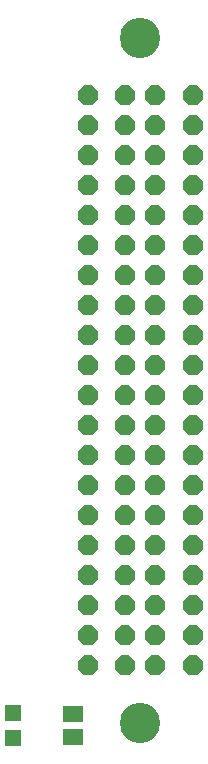
<source format=gts>
G75*
%MOIN*%
%OFA0B0*%
%FSLAX25Y25*%
%IPPOS*%
%LPD*%
%AMOC8*
5,1,8,0,0,1.08239X$1,22.5*
%
%ADD10C,0.13450*%
%ADD11OC8,0.06600*%
%ADD12R,0.05324X0.05324*%
%ADD13R,0.06506X0.05718*%
D10*
X0061000Y0015027D03*
X0061000Y0243327D03*
D11*
X0056000Y0224177D03*
X0056000Y0214177D03*
X0056000Y0204177D03*
X0056000Y0194177D03*
X0056000Y0184177D03*
X0056000Y0174177D03*
X0056000Y0164177D03*
X0056000Y0154177D03*
X0056000Y0144177D03*
X0056000Y0134177D03*
X0056000Y0124177D03*
X0056000Y0114177D03*
X0056000Y0104177D03*
X0056000Y0094177D03*
X0056000Y0084177D03*
X0056000Y0074177D03*
X0056000Y0064177D03*
X0056000Y0054177D03*
X0056000Y0044177D03*
X0056000Y0034177D03*
X0066000Y0034177D03*
X0066000Y0044177D03*
X0066000Y0054177D03*
X0066000Y0064177D03*
X0066000Y0074177D03*
X0066000Y0084177D03*
X0066000Y0094177D03*
X0066000Y0104177D03*
X0066000Y0114177D03*
X0066000Y0124177D03*
X0066000Y0134177D03*
X0066000Y0144177D03*
X0066000Y0154177D03*
X0066000Y0164177D03*
X0066000Y0174177D03*
X0066000Y0184177D03*
X0066000Y0194177D03*
X0066000Y0204177D03*
X0066000Y0214177D03*
X0066000Y0224177D03*
X0078500Y0224177D03*
X0078500Y0214177D03*
X0078500Y0204177D03*
X0078500Y0194177D03*
X0078500Y0184177D03*
X0078500Y0174177D03*
X0078500Y0164177D03*
X0078500Y0154177D03*
X0078500Y0144177D03*
X0078500Y0134177D03*
X0078500Y0124177D03*
X0078500Y0114177D03*
X0078500Y0104177D03*
X0078500Y0094177D03*
X0078500Y0084177D03*
X0078500Y0074177D03*
X0078500Y0064177D03*
X0078500Y0054177D03*
X0078500Y0044177D03*
X0078500Y0034177D03*
X0043500Y0034177D03*
X0043500Y0044177D03*
X0043500Y0054177D03*
X0043500Y0064177D03*
X0043500Y0074177D03*
X0043500Y0084177D03*
X0043500Y0094177D03*
X0043500Y0104177D03*
X0043500Y0114177D03*
X0043500Y0124177D03*
X0043500Y0134177D03*
X0043500Y0144177D03*
X0043500Y0154177D03*
X0043500Y0164177D03*
X0043500Y0174177D03*
X0043500Y0184177D03*
X0043500Y0194177D03*
X0043500Y0204177D03*
X0043500Y0214177D03*
X0043500Y0224177D03*
D12*
X0018500Y0010043D03*
X0018500Y0018310D03*
D13*
X0038500Y0017917D03*
X0038500Y0010436D03*
M02*

</source>
